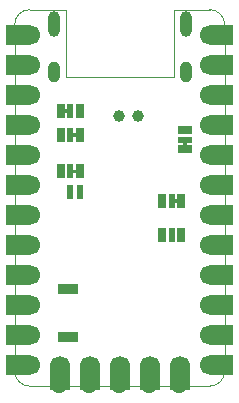
<source format=gbs>
G04 #@! TF.GenerationSoftware,KiCad,Pcbnew,8.0.0*
G04 #@! TF.CreationDate,2024-04-25T20:12:48+07:00*
G04 #@! TF.ProjectId,artemisia,61727465-6d69-4736-9961-2e6b69636164,2*
G04 #@! TF.SameCoordinates,Original*
G04 #@! TF.FileFunction,Soldermask,Bot*
G04 #@! TF.FilePolarity,Negative*
%FSLAX46Y46*%
G04 Gerber Fmt 4.6, Leading zero omitted, Abs format (unit mm)*
G04 Created by KiCad (PCBNEW 8.0.0) date 2024-04-25 20:12:48*
%MOMM*%
%LPD*%
G01*
G04 APERTURE LIST*
G04 Aperture macros list*
%AMFreePoly0*
4,1,5,0.300000,-0.600000,-0.300000,-0.600000,-0.300000,0.600000,0.300000,0.600000,0.300000,-0.600000,0.300000,-0.600000,$1*%
G04 Aperture macros list end*
%ADD10C,1.260000*%
%ADD11C,1.700000*%
%ADD12R,1.700000X2.000000*%
%ADD13R,2.000000X1.700000*%
%ADD14O,1.000000X2.200000*%
%ADD15O,1.000000X1.800000*%
%ADD16R,1.700000X0.900000*%
%ADD17C,1.000000*%
%ADD18FreePoly0,0.000000*%
%ADD19R,0.600000X1.200000*%
%ADD20FreePoly0,90.000000*%
%ADD21R,1.200000X0.600000*%
%ADD22FreePoly0,180.000000*%
G04 #@! TA.AperFunction,Profile*
%ADD23C,0.100000*%
G04 #@! TD*
G04 APERTURE END LIST*
G36*
X14250000Y-11150000D02*
G01*
X14550000Y-11150000D01*
X14550000Y-11650000D01*
X14250000Y-11650000D01*
X14250000Y-11150000D01*
G37*
G36*
X13450000Y-16350000D02*
G01*
X13950000Y-16350000D01*
X13950000Y-16050000D01*
X13450000Y-16050000D01*
X13450000Y-16350000D01*
G37*
G36*
X4850000Y-13850000D02*
G01*
X5350000Y-13850000D01*
X5350000Y-13550000D01*
X4850000Y-13550000D01*
X4850000Y-13850000D01*
G37*
G36*
X4850000Y-10750000D02*
G01*
X5350000Y-10750000D01*
X5350000Y-10450000D01*
X4850000Y-10450000D01*
X4850000Y-10750000D01*
G37*
G36*
X4050000Y-8750000D02*
G01*
X4550000Y-8750000D01*
X4550000Y-8450000D01*
X4050000Y-8450000D01*
X4050000Y-8750000D01*
G37*
D10*
X3780000Y-31862500D03*
D11*
X3810000Y-30162500D03*
D12*
X3810000Y-31162500D03*
D10*
X6320000Y-31862500D03*
D11*
X6350000Y-30162500D03*
D12*
X6350000Y-31162500D03*
D10*
X8860000Y-31862500D03*
D11*
X8890000Y-30162500D03*
D12*
X8890000Y-31162500D03*
D10*
X11400000Y-31862500D03*
D11*
X11430000Y-30162500D03*
D12*
X11430000Y-31162500D03*
D10*
X13940000Y-31862500D03*
D11*
X13970000Y-30162500D03*
D12*
X13970000Y-31162500D03*
D10*
X17910000Y-2146300D03*
D11*
X16510000Y-2146300D03*
D13*
X17510000Y-2146300D03*
D10*
X17910000Y-4686300D03*
D11*
X16510000Y-4686300D03*
D13*
X17510000Y-4686300D03*
D10*
X17910000Y-7226300D03*
D11*
X16510000Y-7226300D03*
D13*
X17510000Y-7226300D03*
D10*
X17910000Y-9766300D03*
D11*
X16510000Y-9766300D03*
D13*
X17510000Y-9766300D03*
D10*
X17910000Y-12306300D03*
D11*
X16510000Y-12306300D03*
D13*
X17510000Y-12306300D03*
D10*
X17910000Y-14846300D03*
D11*
X16510000Y-14846300D03*
D13*
X17510000Y-14846300D03*
D10*
X17910000Y-17386300D03*
D11*
X16510000Y-17386300D03*
D13*
X17510000Y-17386300D03*
D10*
X17910000Y-19926300D03*
D11*
X16510000Y-19926300D03*
D13*
X17510000Y-19926300D03*
D10*
X17910000Y-22466300D03*
D11*
X16510000Y-22466300D03*
D13*
X17510000Y-22466300D03*
D10*
X17910000Y-25006300D03*
D11*
X16510000Y-25006300D03*
D13*
X17510000Y-25006300D03*
D10*
X17910000Y-27546300D03*
D11*
X16510000Y-27546300D03*
D13*
X17510000Y-27546300D03*
D10*
X17910000Y-30086300D03*
D11*
X16510000Y-30086300D03*
D13*
X17510000Y-30086300D03*
D10*
X-130000Y-2146300D03*
D11*
X1270000Y-2146300D03*
D13*
X270000Y-2146300D03*
D10*
X-130000Y-4686300D03*
D11*
X1270000Y-4686300D03*
D13*
X270000Y-4686300D03*
D10*
X-130000Y-7226300D03*
D11*
X1270000Y-7226300D03*
D13*
X270000Y-7226300D03*
D10*
X-130000Y-9766300D03*
D11*
X1270000Y-9766300D03*
D13*
X270000Y-9766300D03*
D10*
X-130000Y-12306300D03*
D11*
X1270000Y-12306300D03*
D13*
X270000Y-12306300D03*
D10*
X-130000Y-14846300D03*
D11*
X1270000Y-14846300D03*
D13*
X270000Y-14846300D03*
D10*
X-130000Y-17386300D03*
D11*
X1270000Y-17386300D03*
D13*
X270000Y-17386300D03*
D10*
X-130000Y-19926300D03*
D11*
X1270000Y-19926300D03*
D13*
X270000Y-19926300D03*
D10*
X-130000Y-22466300D03*
D11*
X1270000Y-22466300D03*
D13*
X270000Y-22466300D03*
D10*
X-130000Y-25006300D03*
D11*
X1270000Y-25006300D03*
D13*
X270000Y-25006300D03*
D10*
X-130000Y-27546300D03*
D11*
X1270000Y-27546300D03*
D13*
X270000Y-27546300D03*
D10*
X-130000Y-30086300D03*
D11*
X1270000Y-30086300D03*
D13*
X270000Y-30086300D03*
D14*
X3328000Y-1250474D03*
D15*
X3328000Y-5250474D03*
D14*
X14478000Y-1250474D03*
D15*
X14478000Y-5250474D03*
D16*
X4500000Y-23650000D03*
X4500000Y-27750000D03*
D17*
X8800000Y-9000000D03*
D18*
X12500000Y-19100000D03*
D19*
X13300000Y-19100000D03*
D18*
X14100000Y-19100000D03*
D20*
X14400000Y-11800000D03*
D21*
X14400000Y-11000000D03*
D20*
X14400000Y-10200000D03*
D22*
X14100000Y-16200000D03*
D19*
X13300000Y-16200000D03*
D22*
X12500000Y-16200000D03*
D17*
X10400000Y-9000000D03*
D22*
X5500000Y-13700000D03*
D19*
X4700000Y-13700000D03*
D22*
X3900000Y-13700000D03*
X5500000Y-10600000D03*
D19*
X4700000Y-10600000D03*
D22*
X3900000Y-10600000D03*
X5500000Y-8600000D03*
D19*
X4700000Y-8600000D03*
D22*
X3900000Y-8600000D03*
D19*
X5500000Y-15400000D03*
X4700000Y-15400000D03*
D23*
X0Y-1270000D02*
X0Y-30607000D01*
X16510000Y0D02*
G75*
G02*
X17780000Y-1270000I0J-1270000D01*
G01*
X13462000Y-5711600D02*
X4318000Y-5711600D01*
X1270000Y-31877000D02*
G75*
G02*
X0Y-30607000I-3J1269997D01*
G01*
X0Y-1270000D02*
G75*
G02*
X1270000Y0I1270000J0D01*
G01*
X17780000Y-1270000D02*
X17780000Y-30607000D01*
X4318000Y-5711600D02*
X4318000Y0D01*
X13462000Y0D02*
X16510000Y0D01*
X1270000Y0D02*
X4318000Y0D01*
X1270000Y-31877000D02*
X16510000Y-31877000D01*
X13462000Y0D02*
X13462000Y-5711600D01*
X17780000Y-30607000D02*
G75*
G02*
X16510000Y-31877000I-1270000J0D01*
G01*
M02*

</source>
